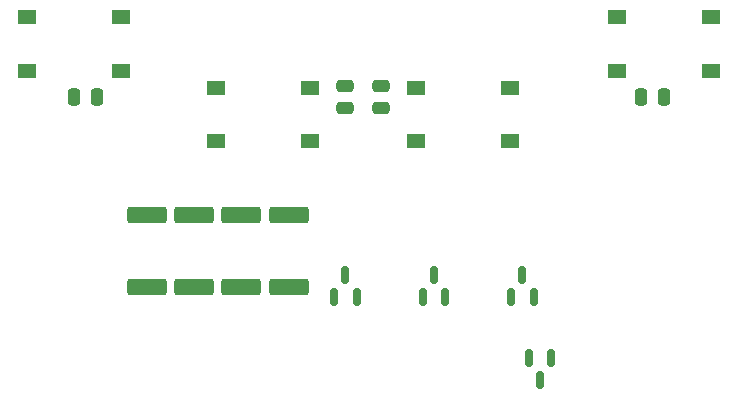
<source format=gtp>
G04 #@! TF.GenerationSoftware,KiCad,Pcbnew,7.0.6*
G04 #@! TF.CreationDate,2023-08-15T03:17:02+01:00*
G04 #@! TF.ProjectId,GalaxyModPCB,47616c61-7879-44d6-9f64-5043422e6b69,rev?*
G04 #@! TF.SameCoordinates,Original*
G04 #@! TF.FileFunction,Paste,Top*
G04 #@! TF.FilePolarity,Positive*
%FSLAX46Y46*%
G04 Gerber Fmt 4.6, Leading zero omitted, Abs format (unit mm)*
G04 Created by KiCad (PCBNEW 7.0.6) date 2023-08-15 03:17:02*
%MOMM*%
%LPD*%
G01*
G04 APERTURE LIST*
G04 Aperture macros list*
%AMRoundRect*
0 Rectangle with rounded corners*
0 $1 Rounding radius*
0 $2 $3 $4 $5 $6 $7 $8 $9 X,Y pos of 4 corners*
0 Add a 4 corners polygon primitive as box body*
4,1,4,$2,$3,$4,$5,$6,$7,$8,$9,$2,$3,0*
0 Add four circle primitives for the rounded corners*
1,1,$1+$1,$2,$3*
1,1,$1+$1,$4,$5*
1,1,$1+$1,$6,$7*
1,1,$1+$1,$8,$9*
0 Add four rect primitives between the rounded corners*
20,1,$1+$1,$2,$3,$4,$5,0*
20,1,$1+$1,$4,$5,$6,$7,0*
20,1,$1+$1,$6,$7,$8,$9,0*
20,1,$1+$1,$8,$9,$2,$3,0*%
G04 Aperture macros list end*
%ADD10RoundRect,0.250000X0.250000X0.475000X-0.250000X0.475000X-0.250000X-0.475000X0.250000X-0.475000X0*%
%ADD11RoundRect,0.250000X0.475000X-0.250000X0.475000X0.250000X-0.475000X0.250000X-0.475000X-0.250000X0*%
%ADD12R,1.550000X1.300000*%
%ADD13RoundRect,0.150000X-0.150000X0.587500X-0.150000X-0.587500X0.150000X-0.587500X0.150000X0.587500X0*%
%ADD14RoundRect,0.249999X-1.425001X0.450001X-1.425001X-0.450001X1.425001X-0.450001X1.425001X0.450001X0*%
%ADD15RoundRect,0.150000X0.150000X-0.587500X0.150000X0.587500X-0.150000X0.587500X-0.150000X-0.587500X0*%
%ADD16RoundRect,0.250000X-0.250000X-0.475000X0.250000X-0.475000X0.250000X0.475000X-0.250000X0.475000X0*%
G04 APERTURE END LIST*
D10*
X118950000Y-59500000D03*
X117050000Y-59500000D03*
D11*
X143000000Y-60450000D03*
X143000000Y-58550000D03*
D12*
X153975000Y-63250000D03*
X146025000Y-63250000D03*
X153975000Y-58750000D03*
X146025000Y-58750000D03*
D13*
X157450000Y-81562500D03*
X155550000Y-81562500D03*
X156500000Y-83437500D03*
D14*
X131200000Y-69450000D03*
X131200000Y-75550000D03*
D15*
X154050000Y-76437500D03*
X155950000Y-76437500D03*
X155000000Y-74562500D03*
D11*
X140000000Y-60450000D03*
X140000000Y-58550000D03*
D12*
X170975000Y-57250000D03*
X163025000Y-57250000D03*
X170975000Y-52750000D03*
X163025000Y-52750000D03*
D15*
X139050000Y-76437500D03*
X140950000Y-76437500D03*
X140000000Y-74562500D03*
X146550000Y-76437500D03*
X148450000Y-76437500D03*
X147500000Y-74562500D03*
D12*
X120975000Y-57250000D03*
X113025000Y-57250000D03*
X120975000Y-52750000D03*
X113025000Y-52750000D03*
D14*
X127200000Y-69450000D03*
X127200000Y-75550000D03*
X135200000Y-69450000D03*
X135200000Y-75550000D03*
X123200000Y-69450000D03*
X123200000Y-75550000D03*
D12*
X136975000Y-63250000D03*
X129025000Y-63250000D03*
X136975000Y-58750000D03*
X129025000Y-58750000D03*
D16*
X165050000Y-59500000D03*
X166950000Y-59500000D03*
M02*

</source>
